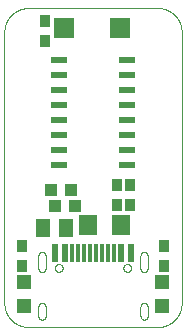
<source format=gtp>
G04 EAGLE Gerber RS-274X export*
G75*
%MOMM*%
%FSLAX34Y34*%
%LPD*%
%INSolder paste top*%
%IPPOS*%
%AMOC8*
5,1,8,0,0,1.08239X$1,22.5*%
G01*
%ADD10C,0.000000*%
%ADD11R,0.900000X1.000000*%
%ADD12R,1.400000X0.600000*%
%ADD13R,0.300000X1.500000*%
%ADD14R,0.600000X1.500000*%
%ADD15R,1.600000X1.800000*%
%ADD16R,1.100000X1.000000*%
%ADD17R,1.300000X1.500000*%
%ADD18R,1.200000X1.200000*%
%ADD19R,1.800000X1.800000*%


D10*
X20000Y0D02*
X130000Y0D01*
X130483Y6D01*
X130966Y23D01*
X131449Y53D01*
X131930Y93D01*
X132411Y146D01*
X132890Y210D01*
X133367Y285D01*
X133843Y373D01*
X134316Y471D01*
X134786Y581D01*
X135254Y702D01*
X135719Y835D01*
X136180Y979D01*
X136638Y1134D01*
X137092Y1300D01*
X137542Y1477D01*
X137987Y1664D01*
X138428Y1863D01*
X138864Y2071D01*
X139294Y2291D01*
X139720Y2521D01*
X140139Y2761D01*
X140553Y3011D01*
X140960Y3271D01*
X141361Y3540D01*
X141756Y3820D01*
X142143Y4108D01*
X142524Y4407D01*
X142897Y4714D01*
X143262Y5030D01*
X143620Y5355D01*
X143970Y5688D01*
X144312Y6030D01*
X144645Y6380D01*
X144970Y6738D01*
X145286Y7103D01*
X145593Y7476D01*
X145892Y7857D01*
X146180Y8244D01*
X146460Y8639D01*
X146729Y9040D01*
X146989Y9447D01*
X147239Y9861D01*
X147479Y10280D01*
X147709Y10706D01*
X147929Y11136D01*
X148137Y11572D01*
X148336Y12013D01*
X148523Y12458D01*
X148700Y12908D01*
X148866Y13362D01*
X149021Y13820D01*
X149165Y14281D01*
X149298Y14746D01*
X149419Y15214D01*
X149529Y15684D01*
X149627Y16157D01*
X149715Y16633D01*
X149790Y17110D01*
X149854Y17589D01*
X149907Y18070D01*
X149947Y18551D01*
X149977Y19034D01*
X149994Y19517D01*
X150000Y20000D01*
X150000Y250000D01*
X149994Y250483D01*
X149977Y250966D01*
X149947Y251449D01*
X149907Y251930D01*
X149854Y252411D01*
X149790Y252890D01*
X149715Y253367D01*
X149627Y253843D01*
X149529Y254316D01*
X149419Y254786D01*
X149298Y255254D01*
X149165Y255719D01*
X149021Y256180D01*
X148866Y256638D01*
X148700Y257092D01*
X148523Y257542D01*
X148336Y257987D01*
X148137Y258428D01*
X147929Y258864D01*
X147709Y259294D01*
X147479Y259720D01*
X147239Y260139D01*
X146989Y260553D01*
X146729Y260960D01*
X146460Y261361D01*
X146180Y261756D01*
X145892Y262143D01*
X145593Y262524D01*
X145286Y262897D01*
X144970Y263262D01*
X144645Y263620D01*
X144312Y263970D01*
X143970Y264312D01*
X143620Y264645D01*
X143262Y264970D01*
X142897Y265286D01*
X142524Y265593D01*
X142143Y265892D01*
X141756Y266180D01*
X141361Y266460D01*
X140960Y266729D01*
X140553Y266989D01*
X140139Y267239D01*
X139720Y267479D01*
X139294Y267709D01*
X138864Y267929D01*
X138428Y268137D01*
X137987Y268336D01*
X137542Y268523D01*
X137092Y268700D01*
X136638Y268866D01*
X136180Y269021D01*
X135719Y269165D01*
X135254Y269298D01*
X134786Y269419D01*
X134316Y269529D01*
X133843Y269627D01*
X133367Y269715D01*
X132890Y269790D01*
X132411Y269854D01*
X131930Y269907D01*
X131449Y269947D01*
X130966Y269977D01*
X130483Y269994D01*
X130000Y270000D01*
X20000Y270000D01*
X19517Y269994D01*
X19034Y269977D01*
X18551Y269947D01*
X18070Y269907D01*
X17589Y269854D01*
X17110Y269790D01*
X16633Y269715D01*
X16157Y269627D01*
X15684Y269529D01*
X15214Y269419D01*
X14746Y269298D01*
X14281Y269165D01*
X13820Y269021D01*
X13362Y268866D01*
X12908Y268700D01*
X12458Y268523D01*
X12013Y268336D01*
X11572Y268137D01*
X11136Y267929D01*
X10706Y267709D01*
X10280Y267479D01*
X9861Y267239D01*
X9447Y266989D01*
X9040Y266729D01*
X8639Y266460D01*
X8244Y266180D01*
X7857Y265892D01*
X7476Y265593D01*
X7103Y265286D01*
X6738Y264970D01*
X6380Y264645D01*
X6030Y264312D01*
X5688Y263970D01*
X5355Y263620D01*
X5030Y263262D01*
X4714Y262897D01*
X4407Y262524D01*
X4108Y262143D01*
X3820Y261756D01*
X3540Y261361D01*
X3271Y260960D01*
X3011Y260553D01*
X2761Y260139D01*
X2521Y259720D01*
X2291Y259294D01*
X2071Y258864D01*
X1863Y258428D01*
X1664Y257987D01*
X1477Y257542D01*
X1300Y257092D01*
X1134Y256638D01*
X979Y256180D01*
X835Y255719D01*
X702Y255254D01*
X581Y254786D01*
X471Y254316D01*
X373Y253843D01*
X285Y253367D01*
X210Y252890D01*
X146Y252411D01*
X93Y251930D01*
X53Y251449D01*
X23Y250966D01*
X6Y250483D01*
X0Y250000D01*
X0Y20000D01*
X6Y19517D01*
X23Y19034D01*
X53Y18551D01*
X93Y18070D01*
X146Y17589D01*
X210Y17110D01*
X285Y16633D01*
X373Y16157D01*
X471Y15684D01*
X581Y15214D01*
X702Y14746D01*
X835Y14281D01*
X979Y13820D01*
X1134Y13362D01*
X1300Y12908D01*
X1477Y12458D01*
X1664Y12013D01*
X1863Y11572D01*
X2071Y11136D01*
X2291Y10706D01*
X2521Y10280D01*
X2761Y9861D01*
X3011Y9447D01*
X3271Y9040D01*
X3540Y8639D01*
X3820Y8244D01*
X4108Y7857D01*
X4407Y7476D01*
X4714Y7103D01*
X5030Y6738D01*
X5355Y6380D01*
X5688Y6030D01*
X6030Y5688D01*
X6380Y5355D01*
X6738Y5030D01*
X7103Y4714D01*
X7476Y4407D01*
X7857Y4108D01*
X8244Y3820D01*
X8639Y3540D01*
X9040Y3271D01*
X9447Y3011D01*
X9861Y2761D01*
X10280Y2521D01*
X10706Y2291D01*
X11136Y2071D01*
X11572Y1863D01*
X12013Y1664D01*
X12458Y1477D01*
X12908Y1300D01*
X13362Y1134D01*
X13820Y979D01*
X14281Y835D01*
X14746Y702D01*
X15214Y581D01*
X15684Y471D01*
X16157Y373D01*
X16633Y285D01*
X17110Y210D01*
X17589Y146D01*
X18070Y93D01*
X18551Y53D01*
X19034Y23D01*
X19517Y6D01*
X20000Y0D01*
D11*
X106302Y120500D03*
X106302Y103500D03*
X95000Y120500D03*
X95000Y103500D03*
D12*
X104000Y137550D03*
X104000Y150250D03*
X104000Y162950D03*
X104000Y175650D03*
X104000Y188350D03*
X104000Y201050D03*
X104000Y213750D03*
X104000Y226450D03*
X46000Y226450D03*
X46000Y213750D03*
X46000Y201050D03*
X46000Y188350D03*
X46000Y175650D03*
X46000Y162950D03*
X46000Y150250D03*
X46000Y137550D03*
D13*
X72500Y62500D03*
X77500Y62500D03*
X67500Y62500D03*
X62500Y62500D03*
X82500Y62500D03*
X87500Y62500D03*
X57500Y62500D03*
X92500Y62500D03*
D14*
X51000Y62500D03*
X99000Y62500D03*
X43000Y62500D03*
X107000Y62500D03*
D10*
X42850Y50000D02*
X42852Y50113D01*
X42858Y50227D01*
X42868Y50340D01*
X42882Y50452D01*
X42899Y50564D01*
X42921Y50676D01*
X42947Y50786D01*
X42976Y50896D01*
X43009Y51004D01*
X43046Y51112D01*
X43087Y51217D01*
X43131Y51322D01*
X43179Y51425D01*
X43230Y51526D01*
X43285Y51625D01*
X43344Y51722D01*
X43406Y51817D01*
X43471Y51910D01*
X43539Y52001D01*
X43610Y52089D01*
X43685Y52175D01*
X43762Y52258D01*
X43842Y52338D01*
X43925Y52415D01*
X44011Y52490D01*
X44099Y52561D01*
X44190Y52629D01*
X44283Y52694D01*
X44378Y52756D01*
X44475Y52815D01*
X44574Y52870D01*
X44675Y52921D01*
X44778Y52969D01*
X44883Y53013D01*
X44988Y53054D01*
X45096Y53091D01*
X45204Y53124D01*
X45314Y53153D01*
X45424Y53179D01*
X45536Y53201D01*
X45648Y53218D01*
X45760Y53232D01*
X45873Y53242D01*
X45987Y53248D01*
X46100Y53250D01*
X46213Y53248D01*
X46327Y53242D01*
X46440Y53232D01*
X46552Y53218D01*
X46664Y53201D01*
X46776Y53179D01*
X46886Y53153D01*
X46996Y53124D01*
X47104Y53091D01*
X47212Y53054D01*
X47317Y53013D01*
X47422Y52969D01*
X47525Y52921D01*
X47626Y52870D01*
X47725Y52815D01*
X47822Y52756D01*
X47917Y52694D01*
X48010Y52629D01*
X48101Y52561D01*
X48189Y52490D01*
X48275Y52415D01*
X48358Y52338D01*
X48438Y52258D01*
X48515Y52175D01*
X48590Y52089D01*
X48661Y52001D01*
X48729Y51910D01*
X48794Y51817D01*
X48856Y51722D01*
X48915Y51625D01*
X48970Y51526D01*
X49021Y51425D01*
X49069Y51322D01*
X49113Y51217D01*
X49154Y51112D01*
X49191Y51004D01*
X49224Y50896D01*
X49253Y50786D01*
X49279Y50676D01*
X49301Y50564D01*
X49318Y50452D01*
X49332Y50340D01*
X49342Y50227D01*
X49348Y50113D01*
X49350Y50000D01*
X49348Y49887D01*
X49342Y49773D01*
X49332Y49660D01*
X49318Y49548D01*
X49301Y49436D01*
X49279Y49324D01*
X49253Y49214D01*
X49224Y49104D01*
X49191Y48996D01*
X49154Y48888D01*
X49113Y48783D01*
X49069Y48678D01*
X49021Y48575D01*
X48970Y48474D01*
X48915Y48375D01*
X48856Y48278D01*
X48794Y48183D01*
X48729Y48090D01*
X48661Y47999D01*
X48590Y47911D01*
X48515Y47825D01*
X48438Y47742D01*
X48358Y47662D01*
X48275Y47585D01*
X48189Y47510D01*
X48101Y47439D01*
X48010Y47371D01*
X47917Y47306D01*
X47822Y47244D01*
X47725Y47185D01*
X47626Y47130D01*
X47525Y47079D01*
X47422Y47031D01*
X47317Y46987D01*
X47212Y46946D01*
X47104Y46909D01*
X46996Y46876D01*
X46886Y46847D01*
X46776Y46821D01*
X46664Y46799D01*
X46552Y46782D01*
X46440Y46768D01*
X46327Y46758D01*
X46213Y46752D01*
X46100Y46750D01*
X45987Y46752D01*
X45873Y46758D01*
X45760Y46768D01*
X45648Y46782D01*
X45536Y46799D01*
X45424Y46821D01*
X45314Y46847D01*
X45204Y46876D01*
X45096Y46909D01*
X44988Y46946D01*
X44883Y46987D01*
X44778Y47031D01*
X44675Y47079D01*
X44574Y47130D01*
X44475Y47185D01*
X44378Y47244D01*
X44283Y47306D01*
X44190Y47371D01*
X44099Y47439D01*
X44011Y47510D01*
X43925Y47585D01*
X43842Y47662D01*
X43762Y47742D01*
X43685Y47825D01*
X43610Y47911D01*
X43539Y47999D01*
X43471Y48090D01*
X43406Y48183D01*
X43344Y48278D01*
X43285Y48375D01*
X43230Y48474D01*
X43179Y48575D01*
X43131Y48678D01*
X43087Y48783D01*
X43046Y48888D01*
X43009Y48996D01*
X42976Y49104D01*
X42947Y49214D01*
X42921Y49324D01*
X42899Y49436D01*
X42882Y49548D01*
X42868Y49660D01*
X42858Y49773D01*
X42852Y49887D01*
X42850Y50000D01*
X100650Y50000D02*
X100652Y50113D01*
X100658Y50227D01*
X100668Y50340D01*
X100682Y50452D01*
X100699Y50564D01*
X100721Y50676D01*
X100747Y50786D01*
X100776Y50896D01*
X100809Y51004D01*
X100846Y51112D01*
X100887Y51217D01*
X100931Y51322D01*
X100979Y51425D01*
X101030Y51526D01*
X101085Y51625D01*
X101144Y51722D01*
X101206Y51817D01*
X101271Y51910D01*
X101339Y52001D01*
X101410Y52089D01*
X101485Y52175D01*
X101562Y52258D01*
X101642Y52338D01*
X101725Y52415D01*
X101811Y52490D01*
X101899Y52561D01*
X101990Y52629D01*
X102083Y52694D01*
X102178Y52756D01*
X102275Y52815D01*
X102374Y52870D01*
X102475Y52921D01*
X102578Y52969D01*
X102683Y53013D01*
X102788Y53054D01*
X102896Y53091D01*
X103004Y53124D01*
X103114Y53153D01*
X103224Y53179D01*
X103336Y53201D01*
X103448Y53218D01*
X103560Y53232D01*
X103673Y53242D01*
X103787Y53248D01*
X103900Y53250D01*
X104013Y53248D01*
X104127Y53242D01*
X104240Y53232D01*
X104352Y53218D01*
X104464Y53201D01*
X104576Y53179D01*
X104686Y53153D01*
X104796Y53124D01*
X104904Y53091D01*
X105012Y53054D01*
X105117Y53013D01*
X105222Y52969D01*
X105325Y52921D01*
X105426Y52870D01*
X105525Y52815D01*
X105622Y52756D01*
X105717Y52694D01*
X105810Y52629D01*
X105901Y52561D01*
X105989Y52490D01*
X106075Y52415D01*
X106158Y52338D01*
X106238Y52258D01*
X106315Y52175D01*
X106390Y52089D01*
X106461Y52001D01*
X106529Y51910D01*
X106594Y51817D01*
X106656Y51722D01*
X106715Y51625D01*
X106770Y51526D01*
X106821Y51425D01*
X106869Y51322D01*
X106913Y51217D01*
X106954Y51112D01*
X106991Y51004D01*
X107024Y50896D01*
X107053Y50786D01*
X107079Y50676D01*
X107101Y50564D01*
X107118Y50452D01*
X107132Y50340D01*
X107142Y50227D01*
X107148Y50113D01*
X107150Y50000D01*
X107148Y49887D01*
X107142Y49773D01*
X107132Y49660D01*
X107118Y49548D01*
X107101Y49436D01*
X107079Y49324D01*
X107053Y49214D01*
X107024Y49104D01*
X106991Y48996D01*
X106954Y48888D01*
X106913Y48783D01*
X106869Y48678D01*
X106821Y48575D01*
X106770Y48474D01*
X106715Y48375D01*
X106656Y48278D01*
X106594Y48183D01*
X106529Y48090D01*
X106461Y47999D01*
X106390Y47911D01*
X106315Y47825D01*
X106238Y47742D01*
X106158Y47662D01*
X106075Y47585D01*
X105989Y47510D01*
X105901Y47439D01*
X105810Y47371D01*
X105717Y47306D01*
X105622Y47244D01*
X105525Y47185D01*
X105426Y47130D01*
X105325Y47079D01*
X105222Y47031D01*
X105117Y46987D01*
X105012Y46946D01*
X104904Y46909D01*
X104796Y46876D01*
X104686Y46847D01*
X104576Y46821D01*
X104464Y46799D01*
X104352Y46782D01*
X104240Y46768D01*
X104127Y46758D01*
X104013Y46752D01*
X103900Y46750D01*
X103787Y46752D01*
X103673Y46758D01*
X103560Y46768D01*
X103448Y46782D01*
X103336Y46799D01*
X103224Y46821D01*
X103114Y46847D01*
X103004Y46876D01*
X102896Y46909D01*
X102788Y46946D01*
X102683Y46987D01*
X102578Y47031D01*
X102475Y47079D01*
X102374Y47130D01*
X102275Y47185D01*
X102178Y47244D01*
X102083Y47306D01*
X101990Y47371D01*
X101899Y47439D01*
X101811Y47510D01*
X101725Y47585D01*
X101642Y47662D01*
X101562Y47742D01*
X101485Y47825D01*
X101410Y47911D01*
X101339Y47999D01*
X101271Y48090D01*
X101206Y48183D01*
X101144Y48278D01*
X101085Y48375D01*
X101030Y48474D01*
X100979Y48575D01*
X100931Y48678D01*
X100887Y48783D01*
X100846Y48888D01*
X100809Y48996D01*
X100776Y49104D01*
X100747Y49214D01*
X100721Y49324D01*
X100699Y49436D01*
X100682Y49548D01*
X100668Y49660D01*
X100658Y49773D01*
X100652Y49887D01*
X100650Y50000D01*
X34800Y49500D02*
X34800Y60500D01*
X34800Y49500D02*
X34798Y49393D01*
X34792Y49286D01*
X34783Y49179D01*
X34769Y49073D01*
X34752Y48967D01*
X34731Y48862D01*
X34707Y48758D01*
X34678Y48655D01*
X34646Y48553D01*
X34611Y48452D01*
X34572Y48352D01*
X34529Y48254D01*
X34483Y48157D01*
X34433Y48062D01*
X34380Y47969D01*
X34324Y47878D01*
X34264Y47789D01*
X34202Y47702D01*
X34136Y47618D01*
X34067Y47535D01*
X33996Y47456D01*
X33921Y47379D01*
X33844Y47304D01*
X33765Y47233D01*
X33682Y47164D01*
X33598Y47098D01*
X33511Y47036D01*
X33422Y46976D01*
X33331Y46920D01*
X33238Y46867D01*
X33143Y46817D01*
X33046Y46771D01*
X32948Y46728D01*
X32848Y46689D01*
X32747Y46654D01*
X32645Y46622D01*
X32542Y46593D01*
X32438Y46569D01*
X32333Y46548D01*
X32227Y46531D01*
X32121Y46517D01*
X32014Y46508D01*
X31907Y46502D01*
X31800Y46500D01*
X31693Y46502D01*
X31586Y46508D01*
X31479Y46517D01*
X31373Y46531D01*
X31267Y46548D01*
X31162Y46569D01*
X31058Y46593D01*
X30955Y46622D01*
X30853Y46654D01*
X30752Y46689D01*
X30652Y46728D01*
X30554Y46771D01*
X30457Y46817D01*
X30362Y46867D01*
X30269Y46920D01*
X30178Y46976D01*
X30089Y47036D01*
X30002Y47098D01*
X29918Y47164D01*
X29835Y47233D01*
X29756Y47304D01*
X29679Y47379D01*
X29604Y47456D01*
X29533Y47535D01*
X29464Y47618D01*
X29398Y47702D01*
X29336Y47789D01*
X29276Y47878D01*
X29220Y47969D01*
X29167Y48062D01*
X29117Y48157D01*
X29071Y48254D01*
X29028Y48352D01*
X28989Y48452D01*
X28954Y48553D01*
X28922Y48655D01*
X28893Y48758D01*
X28869Y48862D01*
X28848Y48967D01*
X28831Y49073D01*
X28817Y49179D01*
X28808Y49286D01*
X28802Y49393D01*
X28800Y49500D01*
X28800Y60500D01*
X28802Y60607D01*
X28808Y60714D01*
X28817Y60821D01*
X28831Y60927D01*
X28848Y61033D01*
X28869Y61138D01*
X28893Y61242D01*
X28922Y61345D01*
X28954Y61447D01*
X28989Y61548D01*
X29028Y61648D01*
X29071Y61746D01*
X29117Y61843D01*
X29167Y61938D01*
X29220Y62031D01*
X29276Y62122D01*
X29336Y62211D01*
X29398Y62298D01*
X29464Y62382D01*
X29533Y62465D01*
X29604Y62544D01*
X29679Y62621D01*
X29756Y62696D01*
X29835Y62767D01*
X29918Y62836D01*
X30002Y62902D01*
X30089Y62964D01*
X30178Y63024D01*
X30269Y63080D01*
X30362Y63133D01*
X30457Y63183D01*
X30554Y63229D01*
X30652Y63272D01*
X30752Y63311D01*
X30853Y63346D01*
X30955Y63378D01*
X31058Y63407D01*
X31162Y63431D01*
X31267Y63452D01*
X31373Y63469D01*
X31479Y63483D01*
X31586Y63492D01*
X31693Y63498D01*
X31800Y63500D01*
X31907Y63498D01*
X32014Y63492D01*
X32121Y63483D01*
X32227Y63469D01*
X32333Y63452D01*
X32438Y63431D01*
X32542Y63407D01*
X32645Y63378D01*
X32747Y63346D01*
X32848Y63311D01*
X32948Y63272D01*
X33046Y63229D01*
X33143Y63183D01*
X33238Y63133D01*
X33331Y63080D01*
X33422Y63024D01*
X33511Y62964D01*
X33598Y62902D01*
X33682Y62836D01*
X33765Y62767D01*
X33844Y62696D01*
X33921Y62621D01*
X33996Y62544D01*
X34067Y62465D01*
X34136Y62382D01*
X34202Y62298D01*
X34264Y62211D01*
X34324Y62122D01*
X34380Y62031D01*
X34433Y61938D01*
X34483Y61843D01*
X34529Y61746D01*
X34572Y61648D01*
X34611Y61548D01*
X34646Y61447D01*
X34678Y61345D01*
X34707Y61242D01*
X34731Y61138D01*
X34752Y61033D01*
X34769Y60927D01*
X34783Y60821D01*
X34792Y60714D01*
X34798Y60607D01*
X34800Y60500D01*
X31800Y63500D02*
X31693Y63498D01*
X31586Y63492D01*
X31479Y63483D01*
X31373Y63469D01*
X31267Y63452D01*
X31162Y63431D01*
X31058Y63407D01*
X30955Y63378D01*
X30853Y63346D01*
X30752Y63311D01*
X30652Y63272D01*
X30554Y63229D01*
X30457Y63183D01*
X30362Y63133D01*
X30269Y63080D01*
X30178Y63024D01*
X30089Y62964D01*
X30002Y62902D01*
X29918Y62836D01*
X29835Y62767D01*
X29756Y62696D01*
X29679Y62621D01*
X29604Y62544D01*
X29533Y62465D01*
X29464Y62382D01*
X29398Y62298D01*
X29336Y62211D01*
X29276Y62122D01*
X29220Y62031D01*
X29167Y61938D01*
X29117Y61843D01*
X29071Y61746D01*
X29028Y61648D01*
X28989Y61548D01*
X28954Y61447D01*
X28922Y61345D01*
X28893Y61242D01*
X28869Y61138D01*
X28848Y61033D01*
X28831Y60927D01*
X28817Y60821D01*
X28808Y60714D01*
X28802Y60607D01*
X28800Y60500D01*
X121200Y60500D02*
X121200Y49500D01*
X121198Y49393D01*
X121192Y49286D01*
X121183Y49179D01*
X121169Y49073D01*
X121152Y48967D01*
X121131Y48862D01*
X121107Y48758D01*
X121078Y48655D01*
X121046Y48553D01*
X121011Y48452D01*
X120972Y48352D01*
X120929Y48254D01*
X120883Y48157D01*
X120833Y48062D01*
X120780Y47969D01*
X120724Y47878D01*
X120664Y47789D01*
X120602Y47702D01*
X120536Y47618D01*
X120467Y47535D01*
X120396Y47456D01*
X120321Y47379D01*
X120244Y47304D01*
X120165Y47233D01*
X120082Y47164D01*
X119998Y47098D01*
X119911Y47036D01*
X119822Y46976D01*
X119731Y46920D01*
X119638Y46867D01*
X119543Y46817D01*
X119446Y46771D01*
X119348Y46728D01*
X119248Y46689D01*
X119147Y46654D01*
X119045Y46622D01*
X118942Y46593D01*
X118838Y46569D01*
X118733Y46548D01*
X118627Y46531D01*
X118521Y46517D01*
X118414Y46508D01*
X118307Y46502D01*
X118200Y46500D01*
X118093Y46502D01*
X117986Y46508D01*
X117879Y46517D01*
X117773Y46531D01*
X117667Y46548D01*
X117562Y46569D01*
X117458Y46593D01*
X117355Y46622D01*
X117253Y46654D01*
X117152Y46689D01*
X117052Y46728D01*
X116954Y46771D01*
X116857Y46817D01*
X116762Y46867D01*
X116669Y46920D01*
X116578Y46976D01*
X116489Y47036D01*
X116402Y47098D01*
X116318Y47164D01*
X116235Y47233D01*
X116156Y47304D01*
X116079Y47379D01*
X116004Y47456D01*
X115933Y47535D01*
X115864Y47618D01*
X115798Y47702D01*
X115736Y47789D01*
X115676Y47878D01*
X115620Y47969D01*
X115567Y48062D01*
X115517Y48157D01*
X115471Y48254D01*
X115428Y48352D01*
X115389Y48452D01*
X115354Y48553D01*
X115322Y48655D01*
X115293Y48758D01*
X115269Y48862D01*
X115248Y48967D01*
X115231Y49073D01*
X115217Y49179D01*
X115208Y49286D01*
X115202Y49393D01*
X115200Y49500D01*
X115200Y60500D01*
X115202Y60607D01*
X115208Y60714D01*
X115217Y60821D01*
X115231Y60927D01*
X115248Y61033D01*
X115269Y61138D01*
X115293Y61242D01*
X115322Y61345D01*
X115354Y61447D01*
X115389Y61548D01*
X115428Y61648D01*
X115471Y61746D01*
X115517Y61843D01*
X115567Y61938D01*
X115620Y62031D01*
X115676Y62122D01*
X115736Y62211D01*
X115798Y62298D01*
X115864Y62382D01*
X115933Y62465D01*
X116004Y62544D01*
X116079Y62621D01*
X116156Y62696D01*
X116235Y62767D01*
X116318Y62836D01*
X116402Y62902D01*
X116489Y62964D01*
X116578Y63024D01*
X116669Y63080D01*
X116762Y63133D01*
X116857Y63183D01*
X116954Y63229D01*
X117052Y63272D01*
X117152Y63311D01*
X117253Y63346D01*
X117355Y63378D01*
X117458Y63407D01*
X117562Y63431D01*
X117667Y63452D01*
X117773Y63469D01*
X117879Y63483D01*
X117986Y63492D01*
X118093Y63498D01*
X118200Y63500D01*
X118307Y63498D01*
X118414Y63492D01*
X118521Y63483D01*
X118627Y63469D01*
X118733Y63452D01*
X118838Y63431D01*
X118942Y63407D01*
X119045Y63378D01*
X119147Y63346D01*
X119248Y63311D01*
X119348Y63272D01*
X119446Y63229D01*
X119543Y63183D01*
X119638Y63133D01*
X119731Y63080D01*
X119822Y63024D01*
X119911Y62964D01*
X119998Y62902D01*
X120082Y62836D01*
X120165Y62767D01*
X120244Y62696D01*
X120321Y62621D01*
X120396Y62544D01*
X120467Y62465D01*
X120536Y62382D01*
X120602Y62298D01*
X120664Y62211D01*
X120724Y62122D01*
X120780Y62031D01*
X120833Y61938D01*
X120883Y61843D01*
X120929Y61746D01*
X120972Y61648D01*
X121011Y61548D01*
X121046Y61447D01*
X121078Y61345D01*
X121107Y61242D01*
X121131Y61138D01*
X121152Y61033D01*
X121169Y60927D01*
X121183Y60821D01*
X121192Y60714D01*
X121198Y60607D01*
X121200Y60500D01*
X118200Y63500D02*
X118093Y63498D01*
X117986Y63492D01*
X117879Y63483D01*
X117773Y63469D01*
X117667Y63452D01*
X117562Y63431D01*
X117458Y63407D01*
X117355Y63378D01*
X117253Y63346D01*
X117152Y63311D01*
X117052Y63272D01*
X116954Y63229D01*
X116857Y63183D01*
X116762Y63133D01*
X116669Y63080D01*
X116578Y63024D01*
X116489Y62964D01*
X116402Y62902D01*
X116318Y62836D01*
X116235Y62767D01*
X116156Y62696D01*
X116079Y62621D01*
X116004Y62544D01*
X115933Y62465D01*
X115864Y62382D01*
X115798Y62298D01*
X115736Y62211D01*
X115676Y62122D01*
X115620Y62031D01*
X115567Y61938D01*
X115517Y61843D01*
X115471Y61746D01*
X115428Y61648D01*
X115389Y61548D01*
X115354Y61447D01*
X115322Y61345D01*
X115293Y61242D01*
X115269Y61138D01*
X115248Y61033D01*
X115231Y60927D01*
X115217Y60821D01*
X115208Y60714D01*
X115202Y60607D01*
X115200Y60500D01*
X34800Y17300D02*
X34800Y9300D01*
X34798Y9193D01*
X34792Y9086D01*
X34783Y8979D01*
X34769Y8873D01*
X34752Y8767D01*
X34731Y8662D01*
X34707Y8558D01*
X34678Y8455D01*
X34646Y8353D01*
X34611Y8252D01*
X34572Y8152D01*
X34529Y8054D01*
X34483Y7957D01*
X34433Y7862D01*
X34380Y7769D01*
X34324Y7678D01*
X34264Y7589D01*
X34202Y7502D01*
X34136Y7418D01*
X34067Y7335D01*
X33996Y7256D01*
X33921Y7179D01*
X33844Y7104D01*
X33765Y7033D01*
X33682Y6964D01*
X33598Y6898D01*
X33511Y6836D01*
X33422Y6776D01*
X33331Y6720D01*
X33238Y6667D01*
X33143Y6617D01*
X33046Y6571D01*
X32948Y6528D01*
X32848Y6489D01*
X32747Y6454D01*
X32645Y6422D01*
X32542Y6393D01*
X32438Y6369D01*
X32333Y6348D01*
X32227Y6331D01*
X32121Y6317D01*
X32014Y6308D01*
X31907Y6302D01*
X31800Y6300D01*
X31693Y6302D01*
X31586Y6308D01*
X31479Y6317D01*
X31373Y6331D01*
X31267Y6348D01*
X31162Y6369D01*
X31058Y6393D01*
X30955Y6422D01*
X30853Y6454D01*
X30752Y6489D01*
X30652Y6528D01*
X30554Y6571D01*
X30457Y6617D01*
X30362Y6667D01*
X30269Y6720D01*
X30178Y6776D01*
X30089Y6836D01*
X30002Y6898D01*
X29918Y6964D01*
X29835Y7033D01*
X29756Y7104D01*
X29679Y7179D01*
X29604Y7256D01*
X29533Y7335D01*
X29464Y7418D01*
X29398Y7502D01*
X29336Y7589D01*
X29276Y7678D01*
X29220Y7769D01*
X29167Y7862D01*
X29117Y7957D01*
X29071Y8054D01*
X29028Y8152D01*
X28989Y8252D01*
X28954Y8353D01*
X28922Y8455D01*
X28893Y8558D01*
X28869Y8662D01*
X28848Y8767D01*
X28831Y8873D01*
X28817Y8979D01*
X28808Y9086D01*
X28802Y9193D01*
X28800Y9300D01*
X28800Y17300D01*
X28802Y17407D01*
X28808Y17514D01*
X28817Y17621D01*
X28831Y17727D01*
X28848Y17833D01*
X28869Y17938D01*
X28893Y18042D01*
X28922Y18145D01*
X28954Y18247D01*
X28989Y18348D01*
X29028Y18448D01*
X29071Y18546D01*
X29117Y18643D01*
X29167Y18738D01*
X29220Y18831D01*
X29276Y18922D01*
X29336Y19011D01*
X29398Y19098D01*
X29464Y19182D01*
X29533Y19265D01*
X29604Y19344D01*
X29679Y19421D01*
X29756Y19496D01*
X29835Y19567D01*
X29918Y19636D01*
X30002Y19702D01*
X30089Y19764D01*
X30178Y19824D01*
X30269Y19880D01*
X30362Y19933D01*
X30457Y19983D01*
X30554Y20029D01*
X30652Y20072D01*
X30752Y20111D01*
X30853Y20146D01*
X30955Y20178D01*
X31058Y20207D01*
X31162Y20231D01*
X31267Y20252D01*
X31373Y20269D01*
X31479Y20283D01*
X31586Y20292D01*
X31693Y20298D01*
X31800Y20300D01*
X31907Y20298D01*
X32014Y20292D01*
X32121Y20283D01*
X32227Y20269D01*
X32333Y20252D01*
X32438Y20231D01*
X32542Y20207D01*
X32645Y20178D01*
X32747Y20146D01*
X32848Y20111D01*
X32948Y20072D01*
X33046Y20029D01*
X33143Y19983D01*
X33238Y19933D01*
X33331Y19880D01*
X33422Y19824D01*
X33511Y19764D01*
X33598Y19702D01*
X33682Y19636D01*
X33765Y19567D01*
X33844Y19496D01*
X33921Y19421D01*
X33996Y19344D01*
X34067Y19265D01*
X34136Y19182D01*
X34202Y19098D01*
X34264Y19011D01*
X34324Y18922D01*
X34380Y18831D01*
X34433Y18738D01*
X34483Y18643D01*
X34529Y18546D01*
X34572Y18448D01*
X34611Y18348D01*
X34646Y18247D01*
X34678Y18145D01*
X34707Y18042D01*
X34731Y17938D01*
X34752Y17833D01*
X34769Y17727D01*
X34783Y17621D01*
X34792Y17514D01*
X34798Y17407D01*
X34800Y17300D01*
X31800Y20300D02*
X31693Y20298D01*
X31586Y20292D01*
X31479Y20283D01*
X31373Y20269D01*
X31267Y20252D01*
X31162Y20231D01*
X31058Y20207D01*
X30955Y20178D01*
X30853Y20146D01*
X30752Y20111D01*
X30652Y20072D01*
X30554Y20029D01*
X30457Y19983D01*
X30362Y19933D01*
X30269Y19880D01*
X30178Y19824D01*
X30089Y19764D01*
X30002Y19702D01*
X29918Y19636D01*
X29835Y19567D01*
X29756Y19496D01*
X29679Y19421D01*
X29604Y19344D01*
X29533Y19265D01*
X29464Y19182D01*
X29398Y19098D01*
X29336Y19011D01*
X29276Y18922D01*
X29220Y18831D01*
X29167Y18738D01*
X29117Y18643D01*
X29071Y18546D01*
X29028Y18448D01*
X28989Y18348D01*
X28954Y18247D01*
X28922Y18145D01*
X28893Y18042D01*
X28869Y17938D01*
X28848Y17833D01*
X28831Y17727D01*
X28817Y17621D01*
X28808Y17514D01*
X28802Y17407D01*
X28800Y17300D01*
X121200Y17300D02*
X121200Y9300D01*
X121198Y9193D01*
X121192Y9086D01*
X121183Y8979D01*
X121169Y8873D01*
X121152Y8767D01*
X121131Y8662D01*
X121107Y8558D01*
X121078Y8455D01*
X121046Y8353D01*
X121011Y8252D01*
X120972Y8152D01*
X120929Y8054D01*
X120883Y7957D01*
X120833Y7862D01*
X120780Y7769D01*
X120724Y7678D01*
X120664Y7589D01*
X120602Y7502D01*
X120536Y7418D01*
X120467Y7335D01*
X120396Y7256D01*
X120321Y7179D01*
X120244Y7104D01*
X120165Y7033D01*
X120082Y6964D01*
X119998Y6898D01*
X119911Y6836D01*
X119822Y6776D01*
X119731Y6720D01*
X119638Y6667D01*
X119543Y6617D01*
X119446Y6571D01*
X119348Y6528D01*
X119248Y6489D01*
X119147Y6454D01*
X119045Y6422D01*
X118942Y6393D01*
X118838Y6369D01*
X118733Y6348D01*
X118627Y6331D01*
X118521Y6317D01*
X118414Y6308D01*
X118307Y6302D01*
X118200Y6300D01*
X118093Y6302D01*
X117986Y6308D01*
X117879Y6317D01*
X117773Y6331D01*
X117667Y6348D01*
X117562Y6369D01*
X117458Y6393D01*
X117355Y6422D01*
X117253Y6454D01*
X117152Y6489D01*
X117052Y6528D01*
X116954Y6571D01*
X116857Y6617D01*
X116762Y6667D01*
X116669Y6720D01*
X116578Y6776D01*
X116489Y6836D01*
X116402Y6898D01*
X116318Y6964D01*
X116235Y7033D01*
X116156Y7104D01*
X116079Y7179D01*
X116004Y7256D01*
X115933Y7335D01*
X115864Y7418D01*
X115798Y7502D01*
X115736Y7589D01*
X115676Y7678D01*
X115620Y7769D01*
X115567Y7862D01*
X115517Y7957D01*
X115471Y8054D01*
X115428Y8152D01*
X115389Y8252D01*
X115354Y8353D01*
X115322Y8455D01*
X115293Y8558D01*
X115269Y8662D01*
X115248Y8767D01*
X115231Y8873D01*
X115217Y8979D01*
X115208Y9086D01*
X115202Y9193D01*
X115200Y9300D01*
X115200Y17300D01*
X115202Y17407D01*
X115208Y17514D01*
X115217Y17621D01*
X115231Y17727D01*
X115248Y17833D01*
X115269Y17938D01*
X115293Y18042D01*
X115322Y18145D01*
X115354Y18247D01*
X115389Y18348D01*
X115428Y18448D01*
X115471Y18546D01*
X115517Y18643D01*
X115567Y18738D01*
X115620Y18831D01*
X115676Y18922D01*
X115736Y19011D01*
X115798Y19098D01*
X115864Y19182D01*
X115933Y19265D01*
X116004Y19344D01*
X116079Y19421D01*
X116156Y19496D01*
X116235Y19567D01*
X116318Y19636D01*
X116402Y19702D01*
X116489Y19764D01*
X116578Y19824D01*
X116669Y19880D01*
X116762Y19933D01*
X116857Y19983D01*
X116954Y20029D01*
X117052Y20072D01*
X117152Y20111D01*
X117253Y20146D01*
X117355Y20178D01*
X117458Y20207D01*
X117562Y20231D01*
X117667Y20252D01*
X117773Y20269D01*
X117879Y20283D01*
X117986Y20292D01*
X118093Y20298D01*
X118200Y20300D01*
X118307Y20298D01*
X118414Y20292D01*
X118521Y20283D01*
X118627Y20269D01*
X118733Y20252D01*
X118838Y20231D01*
X118942Y20207D01*
X119045Y20178D01*
X119147Y20146D01*
X119248Y20111D01*
X119348Y20072D01*
X119446Y20029D01*
X119543Y19983D01*
X119638Y19933D01*
X119731Y19880D01*
X119822Y19824D01*
X119911Y19764D01*
X119998Y19702D01*
X120082Y19636D01*
X120165Y19567D01*
X120244Y19496D01*
X120321Y19421D01*
X120396Y19344D01*
X120467Y19265D01*
X120536Y19182D01*
X120602Y19098D01*
X120664Y19011D01*
X120724Y18922D01*
X120780Y18831D01*
X120833Y18738D01*
X120883Y18643D01*
X120929Y18546D01*
X120972Y18448D01*
X121011Y18348D01*
X121046Y18247D01*
X121078Y18145D01*
X121107Y18042D01*
X121131Y17938D01*
X121152Y17833D01*
X121169Y17727D01*
X121183Y17621D01*
X121192Y17514D01*
X121198Y17407D01*
X121200Y17300D01*
X118200Y20300D02*
X118093Y20298D01*
X117986Y20292D01*
X117879Y20283D01*
X117773Y20269D01*
X117667Y20252D01*
X117562Y20231D01*
X117458Y20207D01*
X117355Y20178D01*
X117253Y20146D01*
X117152Y20111D01*
X117052Y20072D01*
X116954Y20029D01*
X116857Y19983D01*
X116762Y19933D01*
X116669Y19880D01*
X116578Y19824D01*
X116489Y19764D01*
X116402Y19702D01*
X116318Y19636D01*
X116235Y19567D01*
X116156Y19496D01*
X116079Y19421D01*
X116004Y19344D01*
X115933Y19265D01*
X115864Y19182D01*
X115798Y19098D01*
X115736Y19011D01*
X115676Y18922D01*
X115620Y18831D01*
X115567Y18738D01*
X115517Y18643D01*
X115471Y18546D01*
X115428Y18448D01*
X115389Y18348D01*
X115354Y18247D01*
X115322Y18145D01*
X115293Y18042D01*
X115269Y17938D01*
X115248Y17833D01*
X115231Y17727D01*
X115217Y17621D01*
X115208Y17514D01*
X115202Y17407D01*
X115200Y17300D01*
D15*
X99000Y86000D03*
X71000Y86000D03*
D11*
X34666Y241834D03*
X34666Y258834D03*
X135000Y51500D03*
X135000Y68500D03*
X15000Y51500D03*
X15000Y68500D03*
D16*
X59850Y102740D03*
X42850Y102740D03*
X39252Y115904D03*
X56252Y115904D03*
D17*
X52040Y83492D03*
X33040Y83492D03*
D18*
X16510Y17940D03*
X16510Y37940D03*
X133350Y17940D03*
X133350Y37940D03*
D19*
X50168Y253238D03*
X98168Y253238D03*
M02*

</source>
